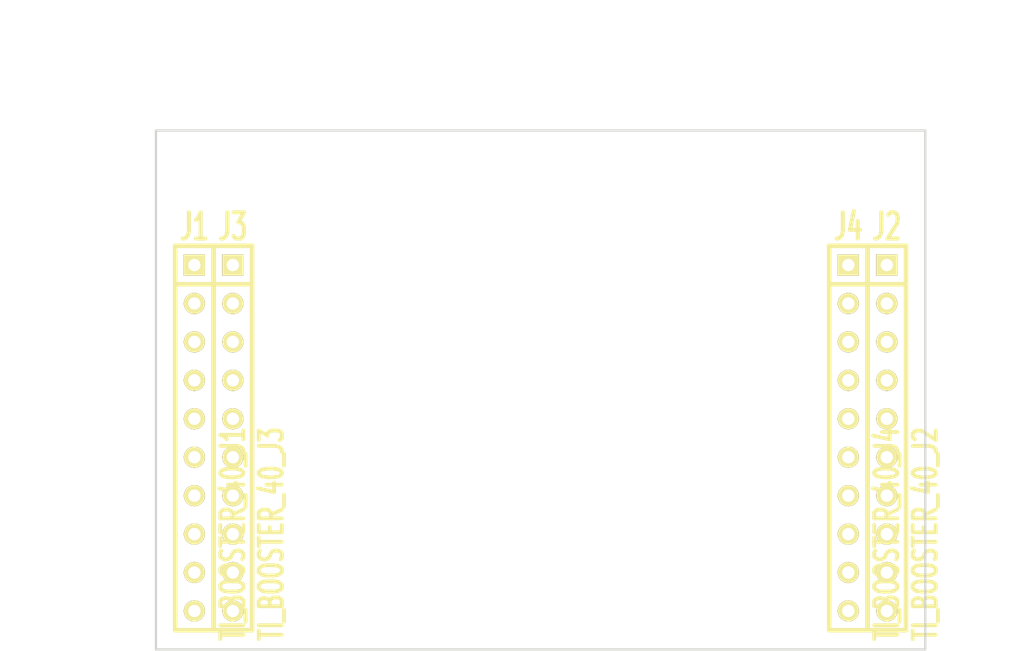
<source format=kicad_pcb>
(kicad_pcb (version 20221018) (generator pcbnew)
  (layers (0 "F.Cu" signal) (31 "B.Cu" signal) (34 "B.Paste" user) (35 "F.Paste" user) (36 "B.SilkS" user) (37 "F.SilkS" user) (38 "B.Mask" user) (39 "F.Mask" user) (44 "Edge.Cuts" user))
  (net 0 "")
  (net 1 "+5V")
  (net 2 "GND")
  (net 3 "VCC")
  (footprint "SIL-10" (layer "F.Cu") (at 187.96 133.35 -90)
    (fp_text reference "J3" (at -13.97 0) (layer "F.SilkS") (effects (font (size 1.72974 1.08712) (thickness 0.3048))))
    (fp_text value "TI_BOOSTER_40_J3" (at 6.35 -2.54 270) (layer "F.SilkS") (effects (font (size 1.524 1.016) (thickness 0.3048))))
    (fp_line (start -12.7 -1.27) (end 12.7 -1.27) (stroke (width 0.3048)) (layer "F.SilkS"))
    (fp_line (start -12.7 1.27) (end -12.7 -1.27) (stroke (width 0.3048)) (layer "F.SilkS"))
    (fp_line (start -10.16 1.27) (end -10.16 -1.27) (stroke (width 0.3048)) (layer "F.SilkS"))
    (fp_line (start 12.7 -1.27) (end 12.7 1.27) (stroke (width 0.3048)) (layer "F.SilkS"))
    (fp_line (start 12.7 1.27) (end -12.7 1.27) (stroke (width 0.3048)) (layer "F.SilkS"))
    (pad "1" thru_hole rect (at -11.43 0 270) (size 1.397 1.397) (drill 0.8128) (layers "*.Cu" "*.Mask" "F.SilkS") (net 1 "+5V"))
    (pad "2" thru_hole circle (at -8.89 0 270) (size 1.397 1.397) (drill 0.8128) (layers "*.Cu" "*.Mask" "F.SilkS") (net 2 "GND"))
    (pad "3" thru_hole circle (at -6.35 0 270) (size 1.397 1.397) (drill 0.8128) (layers "*.Cu" "*.Mask" "F.SilkS"))
    (pad "4" thru_hole circle (at -3.81 0 270) (size 1.397 1.397) (drill 0.8128) (layers "*.Cu" "*.Mask" "F.SilkS"))
    (pad "5" thru_hole circle (at -1.27 0 270) (size 1.397 1.397) (drill 0.8128) (layers "*.Cu" "*.Mask" "F.SilkS"))
    (pad "6" thru_hole circle (at 1.27 0 270) (size 1.397 1.397) (drill 0.8128) (layers "*.Cu" "*.Mask" "F.SilkS"))
    (pad "7" thru_hole circle (at 3.81 0 270) (size 1.397 1.397) (drill 0.8128) (layers "*.Cu" "*.Mask" "F.SilkS"))
    (pad "8" thru_hole circle (at 6.35 0 270) (size 1.397 1.397) (drill 0.8128) (layers "*.Cu" "*.Mask" "F.SilkS"))
    (pad "9" thru_hole circle (at 8.89 0 270) (size 1.397 1.397) (drill 0.8128) (layers "*.Cu" "*.Mask" "F.SilkS"))
    (pad "10" thru_hole circle (at 11.43 0 270) (size 1.397 1.397) (drill 0.8128) (layers "*.Cu" "*.Mask" "F.SilkS"))
  )
  (footprint "SIL-10" (layer "F.Cu") (at 185.42 133.35 -90)
    (fp_text reference "J1" (at -13.97 0) (layer "F.SilkS") (effects (font (size 1.72974 1.08712) (thickness 0.3048))))
    (fp_text value "TI_BOOSTER_40_J1" (at 6.35 -2.54 270) (layer "F.SilkS") (effects (font (size 1.524 1.016) (thickness 0.3048))))
    (fp_line (start -12.7 -1.27) (end 12.7 -1.27) (stroke (width 0.3048)) (layer "F.SilkS"))
    (fp_line (start -12.7 1.27) (end -12.7 -1.27) (stroke (width 0.3048)) (layer "F.SilkS"))
    (fp_line (start -10.16 1.27) (end -10.16 -1.27) (stroke (width 0.3048)) (layer "F.SilkS"))
    (fp_line (start 12.7 -1.27) (end 12.7 1.27) (stroke (width 0.3048)) (layer "F.SilkS"))
    (fp_line (start 12.7 1.27) (end -12.7 1.27) (stroke (width 0.3048)) (layer "F.SilkS"))
    (pad "1" thru_hole rect (at -11.43 0 270) (size 1.397 1.397) (drill 0.8128) (layers "*.Cu" "*.Mask" "F.SilkS") (net 3 "VCC"))
    (pad "2" thru_hole circle (at -8.89 0 270) (size 1.397 1.397) (drill 0.8128) (layers "*.Cu" "*.Mask" "F.SilkS"))
    (pad "3" thru_hole circle (at -6.35 0 270) (size 1.397 1.397) (drill 0.8128) (layers "*.Cu" "*.Mask" "F.SilkS"))
    (pad "4" thru_hole circle (at -3.81 0 270) (size 1.397 1.397) (drill 0.8128) (layers "*.Cu" "*.Mask" "F.SilkS"))
    (pad "5" thru_hole circle (at -1.27 0 270) (size 1.397 1.397) (drill 0.8128) (layers "*.Cu" "*.Mask" "F.SilkS"))
    (pad "6" thru_hole circle (at 1.27 0 270) (size 1.397 1.397) (drill 0.8128) (layers "*.Cu" "*.Mask" "F.SilkS"))
    (pad "7" thru_hole circle (at 3.81 0 270) (size 1.397 1.397) (drill 0.8128) (layers "*.Cu" "*.Mask" "F.SilkS"))
    (pad "8" thru_hole circle (at 6.35 0 270) (size 1.397 1.397) (drill 0.8128) (layers "*.Cu" "*.Mask" "F.SilkS"))
    (pad "9" thru_hole circle (at 8.89 0 270) (size 1.397 1.397) (drill 0.8128) (layers "*.Cu" "*.Mask" "F.SilkS"))
    (pad "10" thru_hole circle (at 11.43 0 270) (size 1.397 1.397) (drill 0.8128) (layers "*.Cu" "*.Mask" "F.SilkS"))
  )
  (footprint "SIL-10" (layer "F.Cu") (at 231.14 133.35 -90)
    (fp_text reference "J2" (at -13.97 0) (layer "F.SilkS") (effects (font (size 1.72974 1.08712) (thickness 0.3048))))
    (fp_text value "TI_BOOSTER_40_J2" (at 6.35 -2.54 270) (layer "F.SilkS") (effects (font (size 1.524 1.016) (thickness 0.3048))))
    (fp_line (start -12.7 -1.27) (end 12.7 -1.27) (stroke (width 0.3048)) (layer "F.SilkS"))
    (fp_line (start -12.7 1.27) (end -12.7 -1.27) (stroke (width 0.3048)) (layer "F.SilkS"))
    (fp_line (start -10.16 1.27) (end -10.16 -1.27) (stroke (width 0.3048)) (layer "F.SilkS"))
    (fp_line (start 12.7 -1.27) (end 12.7 1.27) (stroke (width 0.3048)) (layer "F.SilkS"))
    (fp_line (start 12.7 1.27) (end -12.7 1.27) (stroke (width 0.3048)) (layer "F.SilkS"))
    (pad "1" thru_hole rect (at -11.43 0 270) (size 1.397 1.397) (drill 0.8128) (layers "*.Cu" "*.Mask" "F.SilkS") (net 2 "GND"))
    (pad "2" thru_hole circle (at -8.89 0 270) (size 1.397 1.397) (drill 0.8128) (layers "*.Cu" "*.Mask" "F.SilkS"))
    (pad "3" thru_hole circle (at -6.35 0 270) (size 1.397 1.397) (drill 0.8128) (layers "*.Cu" "*.Mask" "F.SilkS"))
    (pad "4" thru_hole circle (at -3.81 0 270) (size 1.397 1.397) (drill 0.8128) (layers "*.Cu" "*.Mask" "F.SilkS"))
    (pad "5" thru_hole circle (at -1.27 0 270) (size 1.397 1.397) (drill 0.8128) (layers "*.Cu" "*.Mask" "F.SilkS"))
    (pad "6" thru_hole circle (at 1.27 0 270) (size 1.397 1.397) (drill 0.8128) (layers "*.Cu" "*.Mask" "F.SilkS"))
    (pad "7" thru_hole circle (at 3.81 0 270) (size 1.397 1.397) (drill 0.8128) (layers "*.Cu" "*.Mask" "F.SilkS"))
    (pad "8" thru_hole circle (at 6.35 0 270) (size 1.397 1.397) (drill 0.8128) (layers "*.Cu" "*.Mask" "F.SilkS"))
    (pad "9" thru_hole circle (at 8.89 0 270) (size 1.397 1.397) (drill 0.8128) (layers "*.Cu" "*.Mask" "F.SilkS"))
    (pad "10" thru_hole circle (at 11.43 0 270) (size 1.397 1.397) (drill 0.8128) (layers "*.Cu" "*.Mask" "F.SilkS"))
  )
  (footprint "SIL-10" (layer "F.Cu") (at 228.6 133.35 -90)
    (fp_text reference "J4" (at -13.97 0) (layer "F.SilkS") (effects (font (size 1.72974 1.08712) (thickness 0.3048))))
    (fp_text value "TI_BOOSTER_40_J4" (at 6.35 -2.54 270) (layer "F.SilkS") (effects (font (size 1.524 1.016) (thickness 0.3048))))
    (fp_line (start -12.7 -1.27) (end 12.7 -1.27) (stroke (width 0.3048)) (layer "F.SilkS"))
    (fp_line (start -12.7 1.27) (end -12.7 -1.27) (stroke (width 0.3048)) (layer "F.SilkS"))
    (fp_line (start -10.16 1.27) (end -10.16 -1.27) (stroke (width 0.3048)) (layer "F.SilkS"))
    (fp_line (start 12.7 -1.27) (end 12.7 1.27) (stroke (width 0.3048)) (layer "F.SilkS"))
    (fp_line (start 12.7 1.27) (end -12.7 1.27) (stroke (width 0.3048)) (layer "F.SilkS"))
    (pad "1" thru_hole rect (at -11.43 0 270) (size 1.397 1.397) (drill 0.8128) (layers "*.Cu" "*.Mask" "F.SilkS"))
    (pad "2" thru_hole circle (at -8.89 0 270) (size 1.397 1.397) (drill 0.8128) (layers "*.Cu" "*.Mask" "F.SilkS"))
    (pad "3" thru_hole circle (at -6.35 0 270) (size 1.397 1.397) (drill 0.8128) (layers "*.Cu" "*.Mask" "F.SilkS"))
    (pad "4" thru_hole circle (at -3.81 0 270) (size 1.397 1.397) (drill 0.8128) (layers "*.Cu" "*.Mask" "F.SilkS"))
    (pad "5" thru_hole circle (at -1.27 0 270) (size 1.397 1.397) (drill 0.8128) (layers "*.Cu" "*.Mask" "F.SilkS"))
    (pad "6" thru_hole circle (at 1.27 0 270) (size 1.397 1.397) (drill 0.8128) (layers "*.Cu" "*.Mask" "F.SilkS"))
    (pad "7" thru_hole circle (at 3.81 0 270) (size 1.397 1.397) (drill 0.8128) (layers "*.Cu" "*.Mask" "F.SilkS"))
    (pad "8" thru_hole circle (at 6.35 0 270) (size 1.397 1.397) (drill 0.8128) (layers "*.Cu" "*.Mask" "F.SilkS"))
    (pad "9" thru_hole circle (at 8.89 0 270) (size 1.397 1.397) (drill 0.8128) (layers "*.Cu" "*.Mask" "F.SilkS"))
    (pad "10" thru_hole circle (at 11.43 0 270) (size 1.397 1.397) (drill 0.8128) (layers "*.Cu" "*.Mask" "F.SilkS"))
  )
  (gr_line (start 182.88 113.03) (end 233.68 113.03) (stroke (width 0.15)) (layer "Edge.Cuts"))
  (gr_line (start 233.68 147.32) (end 182.88 147.32) (stroke (width 0.15)) (layer "Edge.Cuts"))
  (gr_line (start 233.68 113.03) (end 233.68 147.32) (stroke (width 0.14986)) (layer "Edge.Cuts"))
  (gr_line (start 182.88 147.32) (end 182.88 113.03) (stroke (width 0.14986)) (layer "Edge.Cuts"))
)
</source>
